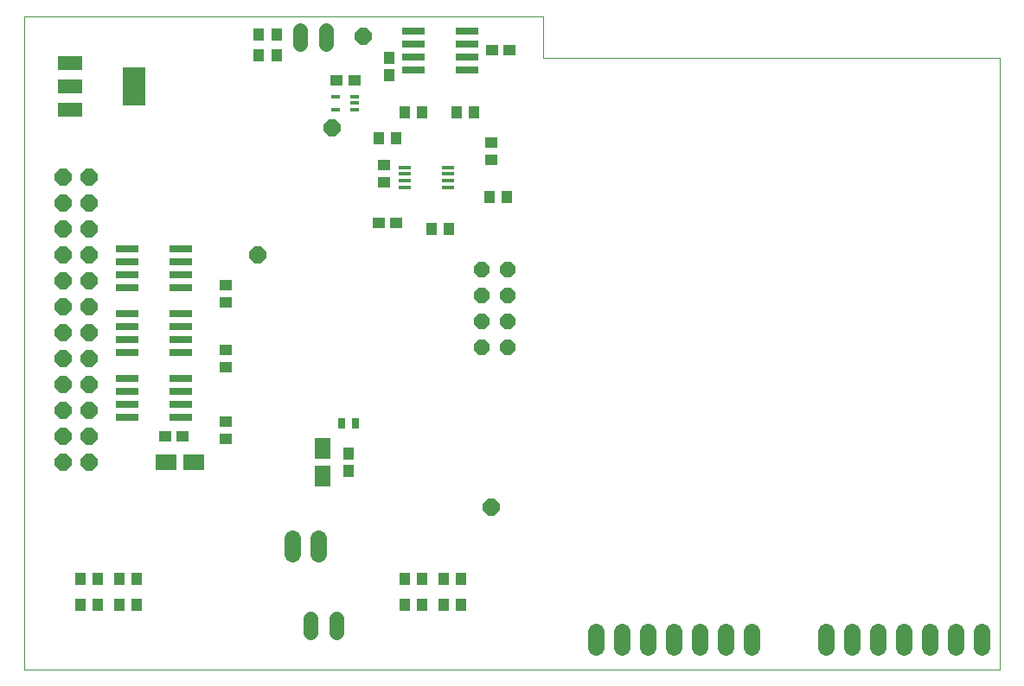
<source format=gbs>
G75*
%MOIN*%
%OFA0B0*%
%FSLAX25Y25*%
%IPPOS*%
%LPD*%
%AMOC8*
5,1,8,0,0,1.08239X$1,22.5*
%
%ADD10C,0.00000*%
%ADD11R,0.04731X0.04337*%
%ADD12R,0.05124X0.01581*%
%ADD13R,0.04337X0.04731*%
%ADD14C,0.05800*%
%ADD15C,0.06400*%
%ADD16R,0.06306X0.08077*%
%ADD17R,0.03156X0.03943*%
%ADD18R,0.08077X0.06306*%
%ADD19R,0.09061X0.02762*%
%ADD20OC8,0.06400*%
%ADD21R,0.09199X0.05199*%
%ADD22R,0.09061X0.14573*%
%ADD23OC8,0.05800*%
%ADD24R,0.03543X0.01772*%
D10*
X0010759Y0006300D02*
X0205484Y0006300D01*
X0296224Y0006300D01*
X0386759Y0006300D01*
X0386759Y0242300D01*
X0210759Y0242300D01*
X0210759Y0258300D01*
X0010759Y0258300D01*
X0010759Y0006300D01*
X0205484Y0006300D02*
X0205720Y0006300D01*
X0296224Y0006300D02*
X0296350Y0006300D01*
D11*
X0088220Y0095454D03*
X0088220Y0102146D03*
X0071566Y0096300D03*
X0064874Y0096300D03*
X0088220Y0122954D03*
X0088220Y0129646D03*
X0088220Y0147954D03*
X0088220Y0154646D03*
X0147374Y0178800D03*
X0154066Y0178800D03*
X0149220Y0194454D03*
X0149220Y0201146D03*
X0137866Y0233600D03*
X0131174Y0233600D03*
X0190974Y0245200D03*
X0197666Y0245200D03*
X0190720Y0209646D03*
X0190720Y0202954D03*
D12*
X0174035Y0200135D03*
X0174035Y0197576D03*
X0174035Y0195017D03*
X0174035Y0192457D03*
X0157401Y0192457D03*
X0157401Y0195017D03*
X0157401Y0197576D03*
X0157401Y0200135D03*
D13*
X0154066Y0211300D03*
X0147374Y0211300D03*
X0157374Y0221300D03*
X0164066Y0221300D03*
X0177374Y0221300D03*
X0184066Y0221300D03*
X0151320Y0235754D03*
X0151320Y0242446D03*
X0107866Y0243300D03*
X0101174Y0243300D03*
X0101174Y0251300D03*
X0107866Y0251300D03*
X0189974Y0188800D03*
X0196666Y0188800D03*
X0174266Y0176300D03*
X0167574Y0176300D03*
X0135720Y0089646D03*
X0135720Y0082954D03*
X0157374Y0041300D03*
X0164066Y0041300D03*
X0172374Y0041300D03*
X0179066Y0041300D03*
X0179066Y0031300D03*
X0172374Y0031300D03*
X0164066Y0031300D03*
X0157374Y0031300D03*
X0054066Y0031300D03*
X0047374Y0031300D03*
X0039066Y0031300D03*
X0032374Y0031300D03*
X0032374Y0041300D03*
X0039066Y0041300D03*
X0047374Y0041300D03*
X0054066Y0041300D03*
D14*
X0121120Y0026000D02*
X0121120Y0020600D01*
X0131120Y0020600D02*
X0131120Y0026000D01*
X0127020Y0247700D02*
X0127020Y0253100D01*
X0117020Y0253100D02*
X0117020Y0247700D01*
D15*
X0114020Y0056900D02*
X0114020Y0050900D01*
X0124020Y0050900D02*
X0124020Y0056900D01*
X0230917Y0021111D02*
X0230917Y0015111D01*
X0240917Y0015111D02*
X0240917Y0021111D01*
X0250917Y0021111D02*
X0250917Y0015111D01*
X0260917Y0015111D02*
X0260917Y0021111D01*
X0270917Y0021111D02*
X0270917Y0015111D01*
X0280917Y0015111D02*
X0280917Y0021111D01*
X0290917Y0021111D02*
X0290917Y0015111D01*
X0319657Y0015111D02*
X0319657Y0021111D01*
X0329657Y0021111D02*
X0329657Y0015111D01*
X0339657Y0015111D02*
X0339657Y0021111D01*
X0349657Y0021111D02*
X0349657Y0015111D01*
X0359657Y0015111D02*
X0359657Y0021111D01*
X0369657Y0021111D02*
X0369657Y0015111D01*
X0379657Y0015111D02*
X0379657Y0021111D01*
D16*
X0125720Y0080887D03*
X0125720Y0091713D03*
D17*
X0133161Y0101300D03*
X0138279Y0101300D03*
D18*
X0076133Y0086300D03*
X0065307Y0086300D03*
D19*
X0070956Y0103800D03*
X0070956Y0108800D03*
X0070956Y0113800D03*
X0070956Y0118800D03*
X0070956Y0128800D03*
X0070956Y0133800D03*
X0070956Y0138800D03*
X0070956Y0143800D03*
X0070956Y0153800D03*
X0070956Y0158800D03*
X0070956Y0163800D03*
X0070956Y0168800D03*
X0050484Y0168800D03*
X0050484Y0163800D03*
X0050484Y0158800D03*
X0050484Y0153800D03*
X0050484Y0143800D03*
X0050484Y0138800D03*
X0050484Y0133800D03*
X0050484Y0128800D03*
X0050484Y0118800D03*
X0050484Y0113800D03*
X0050484Y0108800D03*
X0050484Y0103800D03*
X0160784Y0237600D03*
X0160784Y0242600D03*
X0160784Y0247600D03*
X0160784Y0252600D03*
X0181256Y0252600D03*
X0181256Y0247600D03*
X0181256Y0242600D03*
X0181256Y0237600D03*
D20*
X0141420Y0250600D03*
X0129420Y0215200D03*
X0100720Y0166300D03*
X0035720Y0166300D03*
X0035720Y0156300D03*
X0035720Y0146300D03*
X0025720Y0146300D03*
X0025720Y0156300D03*
X0025720Y0166300D03*
X0025720Y0176300D03*
X0035720Y0176300D03*
X0035720Y0186300D03*
X0035720Y0196300D03*
X0025720Y0196300D03*
X0025720Y0186300D03*
X0025720Y0136300D03*
X0035720Y0136300D03*
X0035720Y0126300D03*
X0035720Y0116300D03*
X0025720Y0116300D03*
X0025720Y0126300D03*
X0025720Y0106300D03*
X0035720Y0106300D03*
X0035720Y0096300D03*
X0035720Y0086300D03*
X0025720Y0086300D03*
X0025720Y0096300D03*
X0190720Y0068900D03*
D21*
X0028519Y0222202D03*
X0028519Y0231300D03*
X0028519Y0240398D03*
D22*
X0052921Y0231300D03*
D23*
X0187120Y0160800D03*
X0197120Y0160800D03*
X0197120Y0150800D03*
X0187120Y0150800D03*
X0187120Y0140800D03*
X0197120Y0140800D03*
X0197120Y0130800D03*
X0187120Y0130800D03*
D24*
X0138160Y0222341D03*
X0138160Y0224900D03*
X0138160Y0227459D03*
X0130680Y0227459D03*
X0130680Y0222341D03*
M02*

</source>
